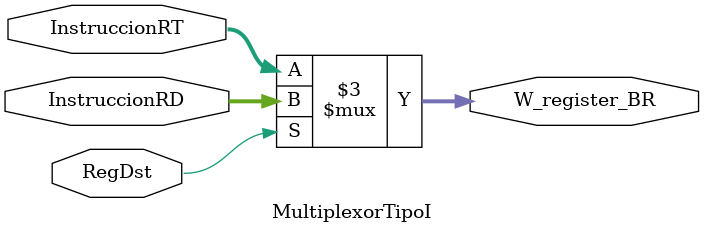
<source format=v>
module MultiplexorTipoI (
	input [4:0] InstruccionRT,
	input [4:0] InstruccionRD,
	input RegDst,
	output reg [4:0] W_register_BR
);

always @* begin
	if (RegDst) begin
		W_register_BR <= InstruccionRD;
	end
	else begin
		W_register_BR <= InstruccionRT;
	end
end

endmodule


</source>
